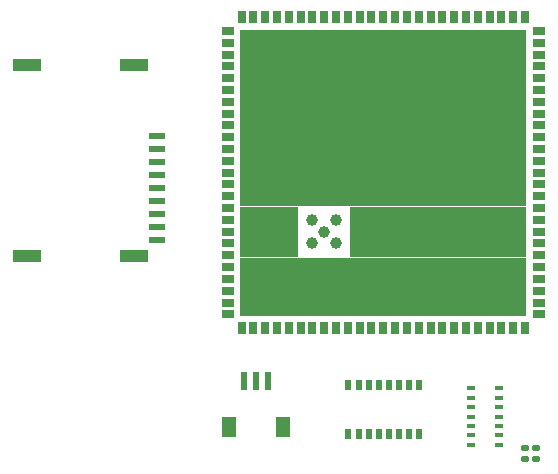
<source format=gbp>
G04 #@! TF.GenerationSoftware,KiCad,Pcbnew,7.0.9*
G04 #@! TF.CreationDate,2024-02-17T17:22:41+01:00*
G04 #@! TF.ProjectId,armband,61726d62-616e-4642-9e6b-696361645f70,rev?*
G04 #@! TF.SameCoordinates,Original*
G04 #@! TF.FileFunction,Paste,Bot*
G04 #@! TF.FilePolarity,Positive*
%FSLAX46Y46*%
G04 Gerber Fmt 4.6, Leading zero omitted, Abs format (unit mm)*
G04 Created by KiCad (PCBNEW 7.0.9) date 2024-02-17 17:22:41*
%MOMM*%
%LPD*%
G01*
G04 APERTURE LIST*
G04 Aperture macros list*
%AMRoundRect*
0 Rectangle with rounded corners*
0 $1 Rounding radius*
0 $2 $3 $4 $5 $6 $7 $8 $9 X,Y pos of 4 corners*
0 Add a 4 corners polygon primitive as box body*
4,1,4,$2,$3,$4,$5,$6,$7,$8,$9,$2,$3,0*
0 Add four circle primitives for the rounded corners*
1,1,$1+$1,$2,$3*
1,1,$1+$1,$4,$5*
1,1,$1+$1,$6,$7*
1,1,$1+$1,$8,$9*
0 Add four rect primitives between the rounded corners*
20,1,$1+$1,$2,$3,$4,$5,0*
20,1,$1+$1,$4,$5,$6,$7,0*
20,1,$1+$1,$6,$7,$8,$9,0*
20,1,$1+$1,$8,$9,$2,$3,0*%
G04 Aperture macros list end*
%ADD10RoundRect,0.140000X-0.170000X0.140000X-0.170000X-0.140000X0.170000X-0.140000X0.170000X0.140000X0*%
%ADD11R,0.650000X1.000000*%
%ADD12R,1.000000X0.650000*%
%ADD13R,24.300000X15.000000*%
%ADD14R,15.000000X4.300000*%
%ADD15R,24.300000X5.000000*%
%ADD16R,5.000000X4.300000*%
%ADD17C,1.000000*%
%ADD18R,2.400000X1.100000*%
%ADD19R,1.400000X0.620000*%
%ADD20R,0.500000X0.900000*%
%ADD21R,0.750000X0.350000*%
%ADD22R,0.600000X1.550000*%
%ADD23R,1.200000X1.800000*%
G04 APERTURE END LIST*
D10*
X153600000Y-86320000D03*
X153600000Y-87280000D03*
D11*
X153600000Y-76175000D03*
X152600000Y-76175000D03*
X151600000Y-76175000D03*
X150600000Y-76175000D03*
X149600000Y-76175000D03*
X148600000Y-76175000D03*
X147600000Y-76175000D03*
X146600000Y-76175000D03*
X145600000Y-76175000D03*
X144600000Y-76175000D03*
X143600000Y-76175000D03*
X142600000Y-76175000D03*
X141600000Y-76175000D03*
X140600000Y-76175000D03*
X139600000Y-76175000D03*
X138600000Y-76175000D03*
X137600000Y-76175000D03*
X136600000Y-76175000D03*
X135600000Y-76175000D03*
X134600000Y-76175000D03*
X133600000Y-76175000D03*
X132600000Y-76175000D03*
X131600000Y-76175000D03*
X130600000Y-76175000D03*
X129600000Y-76175000D03*
D12*
X128425000Y-75000000D03*
X128425000Y-74000000D03*
X128425000Y-73000000D03*
X128425000Y-72000000D03*
X128425000Y-71000000D03*
X128425000Y-70000000D03*
X128425000Y-69000000D03*
X128425000Y-68000000D03*
X128425000Y-67000000D03*
X128425000Y-66000000D03*
X128425000Y-65000000D03*
X128425000Y-64000000D03*
X128425000Y-63000000D03*
X128425000Y-62000000D03*
X128425000Y-61000000D03*
X128425000Y-60000000D03*
X128425000Y-59000000D03*
X128425000Y-58000000D03*
X128425000Y-57000000D03*
X128425000Y-56000000D03*
X128425000Y-55000000D03*
X128425000Y-54000000D03*
X128425000Y-53000000D03*
X128425000Y-52000000D03*
X128425000Y-51000000D03*
D11*
X129600000Y-49825000D03*
X130600000Y-49825000D03*
X131600000Y-49825000D03*
X132600000Y-49825000D03*
X133600000Y-49825000D03*
X134600000Y-49825000D03*
X135600000Y-49825000D03*
X136600000Y-49825000D03*
X137600000Y-49825000D03*
X138600000Y-49825000D03*
X139600000Y-49825000D03*
X140600000Y-49825000D03*
X141600000Y-49825000D03*
X142600000Y-49825000D03*
X143600000Y-49825000D03*
X144600000Y-49825000D03*
X145600000Y-49825000D03*
X146600000Y-49825000D03*
X147600000Y-49825000D03*
X148600000Y-49825000D03*
X149600000Y-49825000D03*
X150600000Y-49825000D03*
X151600000Y-49825000D03*
X152600000Y-49825000D03*
X153600000Y-49825000D03*
D12*
X154775000Y-51000000D03*
X154775000Y-52000000D03*
X154775000Y-53000000D03*
X154775000Y-54000000D03*
X154775000Y-55000000D03*
X154775000Y-56000000D03*
X154775000Y-57000000D03*
X154775000Y-58000000D03*
X154775000Y-59000000D03*
X154775000Y-60000000D03*
X154775000Y-61000000D03*
X154775000Y-62000000D03*
X154775000Y-63000000D03*
X154775000Y-64000000D03*
X154775000Y-65000000D03*
X154775000Y-66000000D03*
X154775000Y-67000000D03*
X154775000Y-68000000D03*
X154775000Y-69000000D03*
X154775000Y-70000000D03*
X154775000Y-71000000D03*
X154775000Y-72000000D03*
X154775000Y-73000000D03*
X154775000Y-74000000D03*
X154775000Y-75000000D03*
D13*
X141600000Y-58350000D03*
D14*
X146250000Y-68000000D03*
D15*
X141600000Y-72650000D03*
D16*
X131950000Y-68000000D03*
D17*
X137600000Y-69000000D03*
X135600000Y-69000000D03*
X136600000Y-68000000D03*
X137600000Y-67000000D03*
X135600000Y-67000000D03*
D18*
X120475000Y-70075000D03*
X111475000Y-70075000D03*
X111475000Y-53925000D03*
X120475000Y-53925000D03*
D19*
X122475000Y-59895000D03*
X122475000Y-60995000D03*
X122475000Y-62095000D03*
X122475000Y-63195000D03*
X122475000Y-64295000D03*
X122475000Y-65395000D03*
X122475000Y-66495000D03*
X122475000Y-67595000D03*
X122475000Y-68695000D03*
D20*
X144604998Y-80947500D03*
X143754998Y-80947500D03*
X142904998Y-80947500D03*
X142054998Y-80947500D03*
X141204998Y-80947500D03*
X140354998Y-80947500D03*
X139504998Y-80947500D03*
X138654998Y-80947500D03*
X138654998Y-85147500D03*
X139504998Y-85147500D03*
X140354998Y-85147500D03*
X141204998Y-85147500D03*
X142054998Y-85147500D03*
X142904998Y-85147500D03*
X143754998Y-85147500D03*
X144604998Y-85147500D03*
D10*
X154550000Y-86320000D03*
X154550000Y-87280000D03*
D21*
X151400000Y-81250000D03*
X151400000Y-82050000D03*
X151400000Y-82850000D03*
X151400000Y-83650000D03*
X151400000Y-84450000D03*
X151400000Y-85250000D03*
X151400000Y-86050000D03*
X149000000Y-86050000D03*
X149000000Y-85250000D03*
X149000000Y-84450000D03*
X149000000Y-83650000D03*
X149000000Y-82850000D03*
X149000000Y-82050000D03*
X149000000Y-81250000D03*
D22*
X131800000Y-80621500D03*
X130800000Y-80621500D03*
X129800000Y-80621500D03*
D23*
X133100000Y-84497500D03*
X128500000Y-84497500D03*
M02*

</source>
